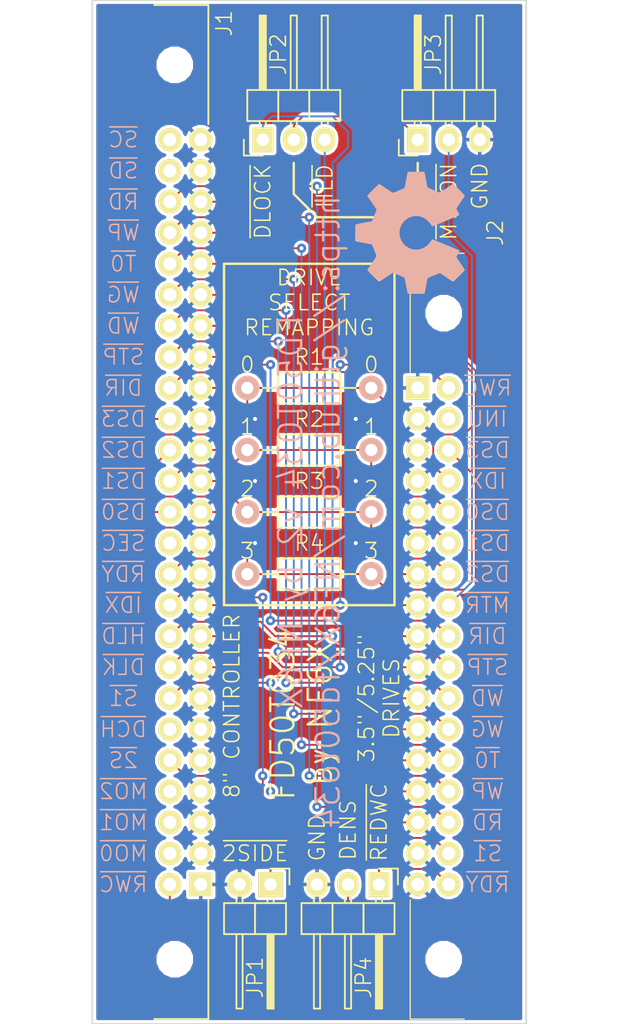
<source format=kicad_pcb>
(kicad_pcb (version 4) (host pcbnew "(2014-12-16 BZR 5324)-product")
  (title_block (title "fd50to34: Adapt 34 pin floppy drives to 50 pin controllers") (date 2015-07-30) (rev 2) (company "Mark J. Blair <nf6x@nf6x.net>") (comment 1 https://github.com/NF6X/fd50to34))
  (layers (0 F.Cu signal) (31 B.Cu signal) (36 B.SilkS user hide) (37 F.SilkS user hide) (38 B.Mask user hide) (39 F.Mask user hide) (44 Edge.Cuts user hide))
  (net 0 "")
  (net 1 GND)
  (net 2 "Net-(J1-Pad2)")
  (net 3 "Net-(J1-Pad4)")
  (net 4 "Net-(J1-Pad6)")
  (net 5 "Net-(J1-Pad8)")
  (net 6 "Net-(J1-Pad10)")
  (net 7 "Net-(J1-Pad12)")
  (net 8 "Net-(J1-Pad14)")
  (net 9 "Net-(J1-Pad16)")
  (net 10 "Net-(J1-Pad18)")
  (net 11 "Net-(J1-Pad20)")
  (net 12 "Net-(J1-Pad22)")
  (net 13 "Net-(J1-Pad24)")
  (net 14 "Net-(J1-Pad26)")
  (net 15 "Net-(J1-Pad28)")
  (net 16 "Net-(J1-Pad30)")
  (net 17 "Net-(J1-Pad32)")
  (net 18 "Net-(J1-Pad34)")
  (net 19 "Net-(J1-Pad36)")
  (net 20 "Net-(J1-Pad40)")
  (net 21 "Net-(J1-Pad42)")
  (net 22 "Net-(J1-Pad44)")
  (net 23 "Net-(J1-Pad46)")
  (net 24 "Net-(J1-Pad48)")
  (net 25 "Net-(J1-Pad50)")
  (net 26 "Net-(J2-Pad2)")
  (net 27 "Net-(J2-Pad4)")
  (net 28 "Net-(J2-Pad16)")
  (net 29 "Net-(J1-Pad38)")
  (net 30 "Net-(JP2-Pad2)")
  (module NF6X_Connectors:Wurth_61205022121 (layer F.Cu) (at 127 101.6 90)
    (fp_text reference J1 (at 40.005 3.175 90) (layer F.SilkS) (effects (font (size 1.27 1.27) (thickness 0.127))))
    (fp_text value 61205022121 hide)
    (pad 1 thru_hole rect (at -30.48 1.27 90) (size 1.905 1.905) (drill 1.0668) (layers *.Cu *.Mask F.SilkS) (net 1 GND))
    (pad 2 thru_hole circle (at -30.48 -1.27 90) (size 1.905 1.905) (drill 1.0668) (layers *.Cu *.Mask F.SilkS) (net 2 "Net-(J1-Pad2)"))
    (pad 3 thru_hole circle (at -27.94 1.27 90) (size 1.905 1.905) (drill 1.0668) (layers *.Cu *.Mask F.SilkS) (net 1 GND))
    (pad 4 thru_hole circle (at -27.94 -1.27 90) (size 1.905 1.905) (drill 1.0668) (layers *.Cu *.Mask F.SilkS) (net 3 "Net-(J1-Pad4)"))
    (pad 5 thru_hole circle (at -25.4 1.27 90) (size 1.905 1.905) (drill 1.0668) (layers *.Cu *.Mask F.SilkS) (net 1 GND))
    (pad 6 thru_hole circle (at -25.4 -1.27 90) (size 1.905 1.905) (drill 1.0668) (layers *.Cu *.Mask F.SilkS) (net 4 "Net-(J1-Pad6)"))
    (pad 7 thru_hole circle (at -22.86 1.27 90) (size 1.905 1.905) (drill 1.0668) (layers *.Cu *.Mask F.SilkS) (net 1 GND))
    (pad 8 thru_hole circle (at -22.86 -1.27 90) (size 1.905 1.905) (drill 1.0668) (layers *.Cu *.Mask F.SilkS) (net 5 "Net-(J1-Pad8)"))
    (pad 9 thru_hole circle (at -20.32 1.27 90) (size 1.905 1.905) (drill 1.0668) (layers *.Cu *.Mask F.SilkS) (net 1 GND))
    (pad 10 thru_hole circle (at -20.32 -1.27 90) (size 1.905 1.905) (drill 1.0668) (layers *.Cu *.Mask F.SilkS) (net 6 "Net-(J1-Pad10)"))
    (pad 11 thru_hole circle (at -17.78 1.27 90) (size 1.905 1.905) (drill 1.0668) (layers *.Cu *.Mask F.SilkS) (net 1 GND))
    (pad 12 thru_hole circle (at -17.78 -1.27 90) (size 1.905 1.905) (drill 1.0668) (layers *.Cu *.Mask F.SilkS) (net 7 "Net-(J1-Pad12)"))
    (pad 13 thru_hole circle (at -15.24 1.27 90) (size 1.905 1.905) (drill 1.0668) (layers *.Cu *.Mask F.SilkS) (net 1 GND))
    (pad 14 thru_hole circle (at -15.24 -1.27 90) (size 1.905 1.905) (drill 1.0668) (layers *.Cu *.Mask F.SilkS) (net 8 "Net-(J1-Pad14)"))
    (pad 15 thru_hole circle (at -12.7 1.27 90) (size 1.905 1.905) (drill 1.0668) (layers *.Cu *.Mask F.SilkS) (net 1 GND))
    (pad 16 thru_hole circle (at -12.7 -1.27 90) (size 1.905 1.905) (drill 1.0668) (layers *.Cu *.Mask F.SilkS) (net 9 "Net-(J1-Pad16)"))
    (pad 17 thru_hole circle (at -10.16 1.27 90) (size 1.905 1.905) (drill 1.0668) (layers *.Cu *.Mask F.SilkS) (net 1 GND))
    (pad 18 thru_hole circle (at -10.16 -1.27 90) (size 1.905 1.905) (drill 1.0668) (layers *.Cu *.Mask F.SilkS) (net 10 "Net-(J1-Pad18)"))
    (pad 19 thru_hole circle (at -7.62 1.27 90) (size 1.905 1.905) (drill 1.0668) (layers *.Cu *.Mask F.SilkS) (net 1 GND))
    (pad 20 thru_hole circle (at -7.62 -1.27 90) (size 1.905 1.905) (drill 1.0668) (layers *.Cu *.Mask F.SilkS) (net 11 "Net-(J1-Pad20)"))
    (pad 21 thru_hole circle (at -5.08 1.27 90) (size 1.905 1.905) (drill 1.0668) (layers *.Cu *.Mask F.SilkS) (net 1 GND))
    (pad 22 thru_hole circle (at -5.08 -1.27 90) (size 1.905 1.905) (drill 1.0668) (layers *.Cu *.Mask F.SilkS) (net 12 "Net-(J1-Pad22)"))
    (pad 23 thru_hole circle (at -2.54 1.27 90) (size 1.905 1.905) (drill 1.0668) (layers *.Cu *.Mask F.SilkS) (net 1 GND))
    (pad 24 thru_hole circle (at -2.54 -1.27 90) (size 1.905 1.905) (drill 1.0668) (layers *.Cu *.Mask F.SilkS) (net 13 "Net-(J1-Pad24)"))
    (pad 25 thru_hole circle (at 0 1.27 90) (size 1.905 1.905) (drill 1.0668) (layers *.Cu *.Mask F.SilkS) (net 1 GND))
    (pad 26 thru_hole circle (at 0 -1.27 90) (size 1.905 1.905) (drill 1.0668) (layers *.Cu *.Mask F.SilkS) (net 14 "Net-(J1-Pad26)"))
    (pad 27 thru_hole circle (at 2.54 1.27 90) (size 1.905 1.905) (drill 1.0668) (layers *.Cu *.Mask F.SilkS) (net 1 GND))
    (pad 28 thru_hole circle (at 2.54 -1.27 90) (size 1.905 1.905) (drill 1.0668) (layers *.Cu *.Mask F.SilkS) (net 15 "Net-(J1-Pad28)"))
    (pad 29 thru_hole circle (at 5.08 1.27 90) (size 1.905 1.905) (drill 1.0668) (layers *.Cu *.Mask F.SilkS) (net 1 GND))
    (pad 30 thru_hole circle (at 5.08 -1.27 90) (size 1.905 1.905) (drill 1.0668) (layers *.Cu *.Mask F.SilkS) (net 16 "Net-(J1-Pad30)"))
    (pad 31 thru_hole circle (at 7.62 1.27 90) (size 1.905 1.905) (drill 1.0668) (layers *.Cu *.Mask F.SilkS) (net 1 GND))
    (pad 32 thru_hole circle (at 7.62 -1.27 90) (size 1.905 1.905) (drill 1.0668) (layers *.Cu *.Mask F.SilkS) (net 17 "Net-(J1-Pad32)"))
    (pad 33 thru_hole circle (at 10.16 1.27 90) (size 1.905 1.905) (drill 1.0668) (layers *.Cu *.Mask F.SilkS) (net 1 GND))
    (pad 34 thru_hole circle (at 10.16 -1.27 90) (size 1.905 1.905) (drill 1.0668) (layers *.Cu *.Mask F.SilkS) (net 18 "Net-(J1-Pad34)"))
    (pad 35 thru_hole circle (at 12.7 1.27 90) (size 1.905 1.905) (drill 1.0668) (layers *.Cu *.Mask F.SilkS) (net 1 GND))
    (pad 36 thru_hole circle (at 12.7 -1.27 90) (size 1.905 1.905) (drill 1.0668) (layers *.Cu *.Mask F.SilkS) (net 19 "Net-(J1-Pad36)"))
    (pad 37 thru_hole circle (at 15.24 1.27 90) (size 1.905 1.905) (drill 1.0668) (layers *.Cu *.Mask F.SilkS) (net 1 GND))
    (pad 38 thru_hole circle (at 15.24 -1.27 90) (size 1.905 1.905) (drill 1.0668) (layers *.Cu *.Mask F.SilkS) (net 29 "Net-(J1-Pad38)"))
    (pad 39 thru_hole circle (at 17.78 1.27 90) (size 1.905 1.905) (drill 1.0668) (layers *.Cu *.Mask F.SilkS) (net 1 GND))
    (pad 40 thru_hole circle (at 17.78 -1.27 90) (size 1.905 1.905) (drill 1.0668) (layers *.Cu *.Mask F.SilkS) (net 20 "Net-(J1-Pad40)"))
    (pad 41 thru_hole circle (at 20.32 1.27 90) (size 1.905 1.905) (drill 1.0668) (layers *.Cu *.Mask F.SilkS) (net 1 GND))
    (pad 42 thru_hole circle (at 20.32 -1.27 90) (size 1.905 1.905) (drill 1.0668) (layers *.Cu *.Mask F.SilkS) (net 21 "Net-(J1-Pad42)"))
    (pad 43 thru_hole circle (at 22.86 1.27 90) (size 1.905 1.905) (drill 1.0668) (layers *.Cu *.Mask F.SilkS) (net 1 GND))
    (pad 44 thru_hole circle (at 22.86 -1.27 90) (size 1.905 1.905) (drill 1.0668) (layers *.Cu *.Mask F.SilkS) (net 22 "Net-(J1-Pad44)"))
    (pad 45 thru_hole circle (at 25.4 1.27 90) (size 1.905 1.905) (drill 1.0668) (layers *.Cu *.Mask F.SilkS) (net 1 GND))
    (pad 46 thru_hole circle (at 25.4 -1.27 90) (size 1.905 1.905) (drill 1.0668) (layers *.Cu *.Mask F.SilkS) (net 23 "Net-(J1-Pad46)"))
    (pad 47 thru_hole circle (at 27.94 1.27 90) (size 1.905 1.905) (drill 1.0668) (layers *.Cu *.Mask F.SilkS) (net 1 GND))
    (pad 48 thru_hole circle (at 27.94 -1.27 90) (size 1.905 1.905) (drill 1.0668) (layers *.Cu *.Mask F.SilkS) (net 24 "Net-(J1-Pad48)"))
    (pad 49 thru_hole circle (at 30.48 1.27 90) (size 1.905 1.905) (drill 1.0668) (layers *.Cu *.Mask F.SilkS) (net 1 GND))
    (pad 50 thru_hole circle (at 30.48 -1.27 90) (size 1.905 1.905) (drill 1.0668) (layers *.Cu *.Mask F.SilkS) (net 25 "Net-(J1-Pad50)"))
    (pad "" np_thru_hole circle (at -36.6 -0.86 90) (size 2.4892 2.4892) (drill 2.4892) (layers *.Cu *.Mask F.SilkS))
    (pad "" np_thru_hole circle (at 36.6 -0.86 90) (size 2.4892 2.4892) (drill 2.4892) (layers *.Cu *.Mask F.SilkS))
  )
  (module NF6X_Connectors:Wurth_61203422121 (layer F.Cu) (at 147.32 111.76 270)
    (fp_text reference J2 (at -33.02 -5.08 270) (layer F.SilkS) (effects (font (size 1.27 1.27) (thickness 0.127))))
    (fp_text value 61203422121 hide)
    (pad 1 thru_hole rect (at -20.32 1.27 270) (size 1.905 1.905) (drill 1.0668) (layers *.Cu *.Mask F.SilkS) (net 1 GND))
    (pad 2 thru_hole circle (at -20.32 -1.27 270) (size 1.905 1.905) (drill 1.0668) (layers *.Cu *.Mask F.SilkS) (net 26 "Net-(J2-Pad2)"))
    (pad 3 thru_hole circle (at -17.78 1.27 270) (size 1.905 1.905) (drill 1.0668) (layers *.Cu *.Mask F.SilkS) (net 1 GND))
    (pad 4 thru_hole circle (at -17.78 -1.27 270) (size 1.905 1.905) (drill 1.0668) (layers *.Cu *.Mask F.SilkS) (net 27 "Net-(J2-Pad4)"))
    (pad 5 thru_hole circle (at -15.24 1.27 270) (size 1.905 1.905) (drill 1.0668) (layers *.Cu *.Mask F.SilkS) (net 1 GND))
    (pad 6 thru_hole circle (at -15.24 -1.27 270) (size 1.905 1.905) (drill 1.0668) (layers *.Cu *.Mask F.SilkS) (net 17 "Net-(J1-Pad32)"))
    (pad 7 thru_hole circle (at -12.7 1.27 270) (size 1.905 1.905) (drill 1.0668) (layers *.Cu *.Mask F.SilkS) (net 1 GND))
    (pad 8 thru_hole circle (at -12.7 -1.27 270) (size 1.905 1.905) (drill 1.0668) (layers *.Cu *.Mask F.SilkS) (net 11 "Net-(J1-Pad20)"))
    (pad 9 thru_hole circle (at -10.16 1.27 270) (size 1.905 1.905) (drill 1.0668) (layers *.Cu *.Mask F.SilkS) (net 1 GND))
    (pad 10 thru_hole circle (at -10.16 -1.27 270) (size 1.905 1.905) (drill 1.0668) (layers *.Cu *.Mask F.SilkS) (net 14 "Net-(J1-Pad26)"))
    (pad 11 thru_hole circle (at -7.62 1.27 270) (size 1.905 1.905) (drill 1.0668) (layers *.Cu *.Mask F.SilkS) (net 1 GND))
    (pad 12 thru_hole circle (at -7.62 -1.27 270) (size 1.905 1.905) (drill 1.0668) (layers *.Cu *.Mask F.SilkS) (net 15 "Net-(J1-Pad28)"))
    (pad 13 thru_hole circle (at -5.08 1.27 270) (size 1.905 1.905) (drill 1.0668) (layers *.Cu *.Mask F.SilkS) (net 1 GND))
    (pad 14 thru_hole circle (at -5.08 -1.27 270) (size 1.905 1.905) (drill 1.0668) (layers *.Cu *.Mask F.SilkS) (net 16 "Net-(J1-Pad30)"))
    (pad 15 thru_hole circle (at -2.54 1.27 270) (size 1.905 1.905) (drill 1.0668) (layers *.Cu *.Mask F.SilkS) (net 1 GND))
    (pad 16 thru_hole circle (at -2.54 -1.27 270) (size 1.905 1.905) (drill 1.0668) (layers *.Cu *.Mask F.SilkS) (net 28 "Net-(J2-Pad16)"))
    (pad 17 thru_hole circle (at 0 1.27 270) (size 1.905 1.905) (drill 1.0668) (layers *.Cu *.Mask F.SilkS) (net 1 GND))
    (pad 18 thru_hole circle (at 0 -1.27 270) (size 1.905 1.905) (drill 1.0668) (layers *.Cu *.Mask F.SilkS) (net 18 "Net-(J1-Pad34)"))
    (pad 19 thru_hole circle (at 2.54 1.27 270) (size 1.905 1.905) (drill 1.0668) (layers *.Cu *.Mask F.SilkS) (net 1 GND))
    (pad 20 thru_hole circle (at 2.54 -1.27 270) (size 1.905 1.905) (drill 1.0668) (layers *.Cu *.Mask F.SilkS) (net 19 "Net-(J1-Pad36)"))
    (pad 21 thru_hole circle (at 5.08 1.27 270) (size 1.905 1.905) (drill 1.0668) (layers *.Cu *.Mask F.SilkS) (net 1 GND))
    (pad 22 thru_hole circle (at 5.08 -1.27 270) (size 1.905 1.905) (drill 1.0668) (layers *.Cu *.Mask F.SilkS) (net 29 "Net-(J1-Pad38)"))
    (pad 23 thru_hole circle (at 7.62 1.27 270) (size 1.905 1.905) (drill 1.0668) (layers *.Cu *.Mask F.SilkS) (net 1 GND))
    (pad 24 thru_hole circle (at 7.62 -1.27 270) (size 1.905 1.905) (drill 1.0668) (layers *.Cu *.Mask F.SilkS) (net 20 "Net-(J1-Pad40)"))
    (pad 25 thru_hole circle (at 10.16 1.27 270) (size 1.905 1.905) (drill 1.0668) (layers *.Cu *.Mask F.SilkS) (net 1 GND))
    (pad 26 thru_hole circle (at 10.16 -1.27 270) (size 1.905 1.905) (drill 1.0668) (layers *.Cu *.Mask F.SilkS) (net 21 "Net-(J1-Pad42)"))
    (pad 27 thru_hole circle (at 12.7 1.27 270) (size 1.905 1.905) (drill 1.0668) (layers *.Cu *.Mask F.SilkS) (net 1 GND))
    (pad 28 thru_hole circle (at 12.7 -1.27 270) (size 1.905 1.905) (drill 1.0668) (layers *.Cu *.Mask F.SilkS) (net 22 "Net-(J1-Pad44)"))
    (pad 29 thru_hole circle (at 15.24 1.27 270) (size 1.905 1.905) (drill 1.0668) (layers *.Cu *.Mask F.SilkS) (net 1 GND))
    (pad 30 thru_hole circle (at 15.24 -1.27 270) (size 1.905 1.905) (drill 1.0668) (layers *.Cu *.Mask F.SilkS) (net 23 "Net-(J1-Pad46)"))
    (pad 31 thru_hole circle (at 17.78 1.27 270) (size 1.905 1.905) (drill 1.0668) (layers *.Cu *.Mask F.SilkS) (net 1 GND))
    (pad 32 thru_hole circle (at 17.78 -1.27 270) (size 1.905 1.905) (drill 1.0668) (layers *.Cu *.Mask F.SilkS) (net 8 "Net-(J1-Pad14)"))
    (pad 33 thru_hole circle (at 20.32 1.27 270) (size 1.905 1.905) (drill 1.0668) (layers *.Cu *.Mask F.SilkS) (net 1 GND))
    (pad 34 thru_hole circle (at 20.32 -1.27 270) (size 1.905 1.905) (drill 1.0668) (layers *.Cu *.Mask F.SilkS) (net 12 "Net-(J1-Pad22)"))
    (pad "" np_thru_hole circle (at -26.44 -0.86 270) (size 2.4892 2.4892) (drill 2.4892) (layers *.Cu *.Mask F.SilkS))
    (pad "" np_thru_hole circle (at 26.44 -0.86 270) (size 2.4892 2.4892) (drill 2.4892) (layers *.Cu *.Mask F.SilkS))
  )
  (module Pin_Headers:Pin_Header_Angled_1x02 (layer F.Cu) (at 133.985 132.08 270)
    (fp_text reference JP1 (at 7.62 1.27 450) (layer F.SilkS) (effects (font (size 1.27 1.27) (thickness 0.127))))
    (fp_text value PBC02SBAN hide)
    (pad 1 thru_hole rect (at 0 0 270) (size 2.032 2.032) (drill 1.016) (layers *.Cu *.Mask F.SilkS) (net 6 "Net-(J1-Pad10)"))
    (pad 2 thru_hole oval (at 0 2.54 270) (size 2.032 2.032) (drill 1.016) (layers *.Cu *.Mask F.SilkS) (net 1 GND))
  )
  (module Pin_Headers:Pin_Header_Angled_1x03 (layer F.Cu) (at 133.35 71.12 90)
    (fp_text reference JP2 (at 6.985 1.27 270) (layer F.SilkS) (effects (font (size 1.27 1.27) (thickness 0.127))))
    (fp_text value PBC03SBAN hide)
    (pad 1 thru_hole rect (at 0 0 90) (size 2.032 1.7272) (drill 1.016) (layers *.Cu *.Mask F.SilkS) (net 9 "Net-(J1-Pad16)"))
    (pad 2 thru_hole oval (at 0 2.54 90) (size 2.032 1.7272) (drill 1.016) (layers *.Cu *.Mask F.SilkS) (net 30 "Net-(JP2-Pad2)"))
    (pad 3 thru_hole oval (at 0 5.08 90) (size 2.032 1.7272) (drill 1.016) (layers *.Cu *.Mask F.SilkS) (net 10 "Net-(J1-Pad18)"))
  )
  (module Pin_Headers:Pin_Header_Angled_1x03 (layer F.Cu) (at 146.05 71.12 90)
    (fp_text reference JP3 (at 6.985 1.27 270) (layer F.SilkS) (effects (font (size 1.27 1.27) (thickness 0.127))))
    (fp_text value PBC03SBAN hide)
    (pad 1 thru_hole rect (at 0 0 90) (size 2.032 1.7272) (drill 1.016) (layers *.Cu *.Mask F.SilkS) (net 30 "Net-(JP2-Pad2)"))
    (pad 2 thru_hole oval (at 0 2.54 90) (size 2.032 1.7272) (drill 1.016) (layers *.Cu *.Mask F.SilkS) (net 28 "Net-(J2-Pad16)"))
    (pad 3 thru_hole oval (at 0 5.08 90) (size 2.032 1.7272) (drill 1.016) (layers *.Cu *.Mask F.SilkS) (net 1 GND))
  )
  (module Resistors_ThroughHole:Resistor_Horizontal_RM10mm (layer F.Cu) (at 137.16 91.44 180)
    (fp_text reference R1 (at 0 2.54 180) (layer F.SilkS) (effects (font (size 1.27 1.27) (thickness 0.127))))
    (fp_text value DNI hide)
    (pad 1 thru_hole circle (at -5.08 0 180) (size 1.99898 1.99898) (drill 1.00076) (layers *.Cu *.SilkS *.Mask) (net 14 "Net-(J1-Pad26)"))
    (pad 2 thru_hole circle (at 5.08 0 180) (size 1.99898 1.99898) (drill 1.00076) (layers *.Cu *.SilkS *.Mask) (net 14 "Net-(J1-Pad26)"))
  )
  (module Resistors_ThroughHole:Resistor_Horizontal_RM10mm (layer F.Cu) (at 137.16 96.52 180)
    (fp_text reference R2 (at 0 2.54 180) (layer F.SilkS) (effects (font (size 1.27 1.27) (thickness 0.127))))
    (fp_text value DNI hide)
    (pad 1 thru_hole circle (at -5.08 0 180) (size 1.99898 1.99898) (drill 1.00076) (layers *.Cu *.SilkS *.Mask) (net 15 "Net-(J1-Pad28)"))
    (pad 2 thru_hole circle (at 5.08 0 180) (size 1.99898 1.99898) (drill 1.00076) (layers *.Cu *.SilkS *.Mask) (net 15 "Net-(J1-Pad28)"))
  )
  (module Resistors_ThroughHole:Resistor_Horizontal_RM10mm (layer F.Cu) (at 137.16 101.6 180)
    (fp_text reference R3 (at 0 2.54 180) (layer F.SilkS) (effects (font (size 1.27 1.27) (thickness 0.127))))
    (fp_text value DNI hide)
    (pad 1 thru_hole circle (at -5.08 0 180) (size 1.99898 1.99898) (drill 1.00076) (layers *.Cu *.SilkS *.Mask) (net 16 "Net-(J1-Pad30)"))
    (pad 2 thru_hole circle (at 5.08 0 180) (size 1.99898 1.99898) (drill 1.00076) (layers *.Cu *.SilkS *.Mask) (net 16 "Net-(J1-Pad30)"))
  )
  (module Resistors_ThroughHole:Resistor_Horizontal_RM10mm (layer F.Cu) (at 137.16 106.68 180)
    (fp_text reference R4 (at 0 2.54 180) (layer F.SilkS) (effects (font (size 1.27 1.27) (thickness 0.127))))
    (fp_text value DNI hide)
    (pad 1 thru_hole circle (at -5.08 0 180) (size 1.99898 1.99898) (drill 1.00076) (layers *.Cu *.SilkS *.Mask) (net 17 "Net-(J1-Pad32)"))
    (pad 2 thru_hole circle (at 5.08 0 180) (size 1.99898 1.99898) (drill 1.00076) (layers *.Cu *.SilkS *.Mask) (net 17 "Net-(J1-Pad32)"))
  )
  (module NF6X_OSHW_logo:OSHW_logo_silkscreen_10mm (layer B.Cu) (at 145.415 78.74 270)
    (fp_text reference G*** hide)
    (fp_text value OSHW_logo_silkscreen_10mm hide)
  )
  (module Pin_Headers:Pin_Header_Angled_1x03 (layer F.Cu) (at 142.875 132.08 270)
    (fp_text reference JP4 (at 7.62 1.27 270) (layer F.SilkS) (effects (font (size 1.27 1.27) (thickness 0.127))))
    (fp_text value PBC03SBAN hide)
    (pad 1 thru_hole rect (at 0 0 270) (size 2.032 1.7272) (drill 1.016) (layers *.Cu *.Mask F.SilkS) (net 2 "Net-(J1-Pad2)"))
    (pad 2 thru_hole oval (at 0 2.54 270) (size 2.032 1.7272) (drill 1.016) (layers *.Cu *.Mask F.SilkS) (net 26 "Net-(J2-Pad2)"))
    (pad 3 thru_hole oval (at 0 5.08 270) (size 2.032 1.7272) (drill 1.016) (layers *.Cu *.Mask F.SilkS) (net 1 GND))
  )
  (gr_text ~REDWC (at 142.875 127 90) (layer F.SilkS) (effects (font (size 1.27 1.27) (thickness 0.127))))
  (gr_text DENS (at 140.335 127.635 90) (layer F.SilkS) (effects (font (size 1.27 1.27) (thickness 0.127))))
  (gr_text GND (at 137.795 128.27 90) (layer F.SilkS) (effects (font (size 1.27 1.27) (thickness 0.127))))
  (gr_line (start 144.145 77.47) (end 137.795 77.47) (angle 90) (layer F.SilkS) (width 0.2))
  (gr_line (start 146.05 75.565) (end 144.145 77.47) (angle 90) (layer F.SilkS) (width 0.2))
  (gr_line (start 146.05 73.025) (end 146.05 75.565) (angle 90) (layer F.SilkS) (width 0.2))
  (gr_text ~DCH (at 121.92 119.38) (layer B.SilkS) (effects (font (size 1.27 1.27) (thickness 0.127)) (justify mirror)))
  (gr_text ~MO2 (at 121.92 124.46) (layer B.SilkS) (effects (font (size 1.27 1.27) (thickness 0.127)) (justify mirror)))
  (gr_text ~MO1 (at 121.92 127) (layer B.SilkS) (effects (font (size 1.27 1.27) (thickness 0.127)) (justify mirror)))
  (gr_text ~MO0 (at 121.92 129.54) (layer B.SilkS) (effects (font (size 1.27 1.27) (thickness 0.127)) (justify mirror)))
  (gr_text ~SC (at 121.92 71.12) (layer B.SilkS) (effects (font (size 1.27 1.27) (thickness 0.127)) (justify mirror)))
  (gr_text ~SD (at 121.92 73.66) (layer B.SilkS) (effects (font (size 1.27 1.27) (thickness 0.127)) (justify mirror)))
  (gr_text ~RD (at 121.92 76.2) (layer B.SilkS) (effects (font (size 1.27 1.27) (thickness 0.127)) (justify mirror)))
  (gr_text ~WP (at 121.92 78.74) (layer B.SilkS) (effects (font (size 1.27 1.27) (thickness 0.127)) (justify mirror)))
  (gr_text ~T0 (at 121.92 81.28) (layer B.SilkS) (effects (font (size 1.27 1.27) (thickness 0.127)) (justify mirror)))
  (gr_text ~WG (at 121.92 83.82) (layer B.SilkS) (effects (font (size 1.27 1.27) (thickness 0.127)) (justify mirror)))
  (gr_text ~STP (at 121.92 88.9) (layer B.SilkS) (effects (font (size 1.27 1.27) (thickness 0.127)) (justify mirror)))
  (gr_text ~DIR (at 121.92 91.44) (layer B.SilkS) (effects (font (size 1.27 1.27) (thickness 0.127)) (justify mirror)))
  (gr_text ~WD (at 121.92 86.36) (layer B.SilkS) (effects (font (size 1.27 1.27) (thickness 0.127)) (justify mirror)))
  (gr_text ~DS3 (at 121.92 93.98) (layer B.SilkS) (effects (font (size 1.27 1.27) (thickness 0.127)) (justify mirror)))
  (gr_text ~DS2 (at 121.92 96.52) (layer B.SilkS) (effects (font (size 1.27 1.27) (thickness 0.127)) (justify mirror)))
  (gr_text ~DS1 (at 121.92 99.06) (layer B.SilkS) (effects (font (size 1.27 1.27) (thickness 0.127)) (justify mirror)))
  (gr_text ~SEC (at 121.92 104.14) (layer B.SilkS) (effects (font (size 1.27 1.27) (thickness 0.127)) (justify mirror)))
  (gr_text ~RDY (at 121.92 106.68) (layer B.SilkS) (effects (font (size 1.27 1.27) (thickness 0.127)) (justify mirror)))
  (gr_text ~IDX (at 121.92 109.22) (layer B.SilkS) (effects (font (size 1.27 1.27) (thickness 0.127)) (justify mirror)))
  (gr_text ~HLD (at 121.92 111.76) (layer B.SilkS) (effects (font (size 1.27 1.27) (thickness 0.127)) (justify mirror)))
  (gr_text ~DS0 (at 121.92 101.6) (layer B.SilkS) (effects (font (size 1.27 1.27) (thickness 0.127)) (justify mirror)))
  (gr_text ~S1 (at 121.92 116.84) (layer B.SilkS) (effects (font (size 1.27 1.27) (thickness 0.127)) (justify mirror)))
  (gr_text ~2S (at 121.92 121.92) (layer B.SilkS) (effects (font (size 1.27 1.27) (thickness 0.127)) (justify mirror)))
  (gr_text ~RWC (at 121.92 132.08) (layer B.SilkS) (effects (font (size 1.27 1.27) (thickness 0.127)) (justify mirror)))
  (gr_text ~RWC (at 151.765 91.44) (layer B.SilkS) (effects (font (size 1.27 1.27) (thickness 0.127)) (justify mirror)))
  (gr_text ~DLK (at 121.92 114.3) (layer B.SilkS) (effects (font (size 1.27 1.27) (thickness 0.127)) (justify mirror)))
  (gr_text ~RDY (at 151.765 132.08) (layer B.SilkS) (effects (font (size 1.27 1.27) (thickness 0.127)) (justify mirror)))
  (gr_text ~S1 (at 151.765 129.54) (layer B.SilkS) (effects (font (size 1.27 1.27) (thickness 0.127)) (justify mirror)))
  (gr_text ~RD (at 151.765 127) (layer B.SilkS) (effects (font (size 1.27 1.27) (thickness 0.127)) (justify mirror)))
  (gr_text ~WP (at 151.765 124.46) (layer B.SilkS) (effects (font (size 1.27 1.27) (thickness 0.127)) (justify mirror)))
  (gr_text ~DIR (at 151.765 111.76) (layer B.SilkS) (effects (font (size 1.27 1.27) (thickness 0.127)) (justify mirror)))
  (gr_text ~T0 (at 151.765 121.92) (layer B.SilkS) (effects (font (size 1.27 1.27) (thickness 0.127)) (justify mirror)))
  (gr_text ~INU (at 151.765 93.98) (layer B.SilkS) (effects (font (size 1.27 1.27) (thickness 0.127)) (justify mirror)))
  (gr_text ~WG (at 151.765 119.38) (layer B.SilkS) (effects (font (size 1.27 1.27) (thickness 0.127)) (justify mirror)))
  (gr_text ~WD (at 151.765 116.84) (layer B.SilkS) (effects (font (size 1.27 1.27) (thickness 0.127)) (justify mirror)))
  (gr_text ~STP (at 151.765 114.3) (layer B.SilkS) (effects (font (size 1.27 1.27) (thickness 0.127)) (justify mirror)))
  (gr_text ~MTR (at 151.765 109.22) (layer B.SilkS) (effects (font (size 1.27 1.27) (thickness 0.127)) (justify mirror)))
  (gr_text ~DS0 (at 151.765 101.6) (layer B.SilkS) (effects (font (size 1.27 1.27) (thickness 0.127)) (justify mirror)))
  (gr_text ~DS1 (at 151.765 104.14) (layer B.SilkS) (effects (font (size 1.27 1.27) (thickness 0.127)) (justify mirror)))
  (gr_text ~DS2 (at 151.765 106.68) (layer B.SilkS) (effects (font (size 1.27 1.27) (thickness 0.127)) (justify mirror)))
  (gr_text ~IDX (at 151.765 99.06) (layer B.SilkS) (effects (font (size 1.27 1.27) (thickness 0.127)) (justify mirror)))
  (gr_text ~DS3 (at 151.765 96.52) (layer B.SilkS) (effects (font (size 1.27 1.27) (thickness 0.127)) (justify mirror)))
  (gr_text "FD50TO34 v2 by NF6X\nhttps://github.com/NF6X/fd50to34" (at 137.16 101.6 90) (layer B.SilkS) (effects (font (size 1.905 1.905) (thickness 0.1905)) (justify mirror)))
  (gr_text "FD50TO34\nby NF6X" (at 136.525 118.11 90) (layer F.SilkS) (effects (font (size 1.905 1.905) (thickness 0.1905))))
  (gr_text ~2SIDE (at 132.715 129.54) (layer F.SilkS) (effects (font (size 1.27 1.27) (thickness 0.127))))
  (gr_text ~MTRON (at 148.59 76.2 90) (layer F.SilkS) (effects (font (size 1.27 1.27) (thickness 0.127))))
  (gr_text GND (at 151.13 74.93 90) (layer F.SilkS) (effects (font (size 1.27 1.27) (thickness 0.127))))
  (gr_line (start 135.89 75.565) (end 135.89 73.025) (angle 90) (layer F.SilkS) (width 0.2))
  (gr_line (start 137.795 77.47) (end 135.89 75.565) (angle 90) (layer F.SilkS) (width 0.2))
  (gr_text ~HLD (at 138.43 74.93 90) (layer F.SilkS) (effects (font (size 1.27 1.27) (thickness 0.127))))
  (gr_text ~DLOCK (at 133.35 76.2 90) (layer F.SilkS) (effects (font (size 1.27 1.27) (thickness 0.127))))
  (gr_line (start 130.175 109.22) (end 130.175 81.28) (angle 90) (layer F.SilkS) (width 0.2))
  (gr_line (start 144.145 109.22) (end 130.175 109.22) (angle 90) (layer F.SilkS) (width 0.2))
  (gr_line (start 144.145 81.28) (end 144.145 109.22) (angle 90) (layer F.SilkS) (width 0.2))
  (gr_line (start 130.175 81.28) (end 144.145 81.28) (angle 90) (layer F.SilkS) (width 0.2))
  (gr_text "DRIVE\nSELECT\nREMAPPING" (at 137.16 84.455) (layer F.SilkS) (effects (font (size 1.27 1.27) (thickness 0.127))))
  (gr_text "3.5\"/5.25\"\nDRIVES" (at 142.875 116.84 90) (layer F.SilkS) (effects (font (size 1.27 1.27) (thickness 0.127))))
  (gr_text "8\" CONTROLLER" (at 130.81 117.475 90) (layer F.SilkS) (effects (font (size 1.27 1.27) (thickness 0.127))))
  (gr_text 3 (at 132.08 104.775) (layer F.SilkS) (effects (font (size 1.27 1.27) (thickness 0.127))))
  (gr_text 2 (at 132.08 99.695) (layer F.SilkS) (effects (font (size 1.27 1.27) (thickness 0.127))))
  (gr_text 1 (at 132.08 94.615) (layer F.SilkS) (effects (font (size 1.27 1.27) (thickness 0.127))))
  (gr_text 3 (at 142.24 104.775) (layer F.SilkS) (effects (font (size 1.27 1.27) (thickness 0.127))))
  (gr_text 2 (at 142.24 99.695) (layer F.SilkS) (effects (font (size 1.27 1.27) (thickness 0.127))))
  (gr_text 1 (at 142.24 94.615) (layer F.SilkS) (effects (font (size 1.27 1.27) (thickness 0.127))))
  (gr_text 0 (at 142.24 89.535) (layer F.SilkS) (effects (font (size 1.27 1.27) (thickness 0.127))))
  (gr_text 0 (at 132.08 89.535) (layer F.SilkS) (effects (font (size 1.27 1.27) (thickness 0.127))))
  (gr_line (start 154.94 143.51) (end 119.38 143.51) (angle 90) (layer Edge.Cuts) (width 0.15))
  (gr_line (start 154.94 59.69) (end 154.94 143.51) (angle 90) (layer Edge.Cuts) (width 0.15))
  (gr_line (start 119.38 59.69) (end 154.94 59.69) (angle 90) (layer Edge.Cuts) (width 0.15))
  (gr_line (start 119.38 143.51) (end 119.38 59.69) (angle 90) (layer Edge.Cuts) (width 0.15))
  (segment (start 128.27 76.2) (end 130.175 76.2) (width 0.1524) (layer F.Cu) (net 1))
  (segment (start 128.27 78.74) (end 130.175 78.74) (width 0.1524) (layer F.Cu) (net 1))
  (segment (start 128.27 81.28) (end 130.175 81.28) (width 0.1524) (layer F.Cu) (net 1))
  (segment (start 128.27 83.82) (end 130.175 83.82) (width 0.1524) (layer F.Cu) (net 1))
  (segment (start 128.27 88.9) (end 130.175 88.9) (width 0.1524) (layer F.Cu) (net 1))
  (segment (start 128.27 86.36) (end 130.175 86.36) (width 0.1524) (layer F.Cu) (net 1))
  (segment (start 128.27 91.44) (end 130.175 91.44) (width 0.1524) (layer F.Cu) (net 1))
  (segment (start 128.27 111.76) (end 130.175 111.76) (width 0.1524) (layer F.Cu) (net 1))
  (segment (start 128.27 114.3) (end 130.175 114.3) (width 0.1524) (layer F.Cu) (net 1))
  (segment (start 146.05 114.3) (end 144.145 114.3) (width 0.1524) (layer F.Cu) (net 1))
  (segment (start 146.05 111.76) (end 144.145 111.76) (width 0.1524) (layer F.Cu) (net 1))
  (segment (start 146.05 109.22) (end 144.145 109.22) (width 0.1524) (layer F.Cu) (net 1))
  (segment (start 146.05 106.68) (end 144.145 106.68) (width 0.1524) (layer F.Cu) (net 1))
  (segment (start 146.05 116.84) (end 144.145 116.84) (width 0.1524) (layer F.Cu) (net 1))
  (segment (start 146.05 119.38) (end 144.145 119.38) (width 0.1524) (layer F.Cu) (net 1))
  (segment (start 128.27 109.22) (end 130.175 109.22) (width 0.1524) (layer F.Cu) (net 1))
  (segment (start 146.05 121.92) (end 144.145 121.92) (width 0.1524) (layer F.Cu) (net 1))
  (segment (start 146.05 124.46) (end 144.145 124.46) (width 0.1524) (layer F.Cu) (net 1))
  (segment (start 146.05 127) (end 144.145 127) (width 0.1524) (layer F.Cu) (net 1))
  (via (at 140.97 104.14) (size 0.762) (layers F.Cu B.Cu) (net 1))
  (segment (start 130.175 101.6) (end 130.175 102.235) (width 0.1524) (layer F.Cu) (net 1))
  (segment (start 130.175 101.6) (end 128.27 101.6) (width 0.1524) (layer F.Cu) (net 1))
  (via (at 132.715 104.14) (size 0.762) (layers F.Cu B.Cu) (net 1))
  (segment (start 132.08 104.14) (end 132.715 104.14) (width 0.1524) (layer F.Cu) (net 1))
  (segment (start 130.175 102.235) (end 132.08 104.14) (width 0.1524) (layer F.Cu) (net 1))
  (via (at 140.97 99.06) (size 0.762) (layers F.Cu B.Cu) (net 1))
  (segment (start 132.715 99.06) (end 130.175 99.06) (width 0.1524) (layer F.Cu) (net 1))
  (segment (start 130.175 99.06) (end 128.27 99.06) (width 0.1524) (layer F.Cu) (net 1))
  (via (at 132.715 99.06) (size 0.762) (layers F.Cu B.Cu) (net 1))
  (segment (start 140.97 99.06) (end 132.715 99.06) (width 0.1524) (layer F.Cu) (net 1))
  (via (at 140.97 93.98) (size 0.762) (layers F.Cu B.Cu) (net 1))
  (segment (start 130.175 96.52) (end 130.175 95.885) (width 0.1524) (layer F.Cu) (net 1))
  (segment (start 130.175 96.52) (end 128.27 96.52) (width 0.1524) (layer F.Cu) (net 1))
  (via (at 132.715 93.98) (size 0.762) (layers F.Cu B.Cu) (net 1))
  (segment (start 132.08 93.98) (end 132.715 93.98) (width 0.1524) (layer F.Cu) (net 1))
  (segment (start 130.175 95.885) (end 132.08 93.98) (width 0.1524) (layer F.Cu) (net 1))
  (segment (start 132.715 104.14) (end 140.97 104.14) (width 0.1524) (layer F.Cu) (net 1))
  (segment (start 132.715 93.98) (end 140.97 93.98) (width 0.1524) (layer F.Cu) (net 1))
  (segment (start 125.73 133.985) (end 125.73 132.08) (width 0.1524) (layer F.Cu) (net 2))
  (segment (start 126.365 134.62) (end 125.73 133.985) (width 0.1524) (layer F.Cu) (net 2))
  (segment (start 134.62 134.62) (end 126.365 134.62) (width 0.1524) (layer F.Cu) (net 2))
  (segment (start 135.89 133.35) (end 134.62 134.62) (width 0.1524) (layer F.Cu) (net 2))
  (segment (start 135.89 130.81) (end 135.89 133.35) (width 0.1524) (layer F.Cu) (net 2))
  (segment (start 137.16 129.54) (end 135.89 130.81) (width 0.1524) (layer F.Cu) (net 2))
  (segment (start 142.24 129.54) (end 137.16 129.54) (width 0.1524) (layer F.Cu) (net 2))
  (segment (start 142.875 130.175) (end 142.24 129.54) (width 0.1524) (layer F.Cu) (net 2))
  (segment (start 142.875 132.08) (end 142.875 130.175) (width 0.1524) (layer F.Cu) (net 2))
  (segment (start 127 123.19) (end 125.73 121.92) (width 0.1524) (layer F.Cu) (net 6))
  (segment (start 130.81 123.19) (end 127 123.19) (width 0.1524) (layer F.Cu) (net 6))
  (segment (start 133.985 126.365) (end 130.81 123.19) (width 0.1524) (layer F.Cu) (net 6))
  (segment (start 133.985 132.08) (end 133.985 126.365) (width 0.1524) (layer F.Cu) (net 6))
  (via (at 133.985 115.57) (size 0.762) (drill 0.3302) (layers F.Cu B.Cu) (net 8))
  (segment (start 127 115.57) (end 133.985 115.57) (width 0.1524) (layer F.Cu) (net 8))
  (segment (start 125.73 116.84) (end 127 115.57) (width 0.1524) (layer F.Cu) (net 8))
  (via (at 133.985 124.46) (size 0.762) (drill 0.3302) (layers F.Cu B.Cu) (net 8))
  (segment (start 133.985 115.57) (end 133.985 124.46) (width 0.1524) (layer B.Cu) (net 8))
  (segment (start 133.985 124.46) (end 137.795 128.27) (width 0.1524) (layer F.Cu) (net 8))
  (segment (start 147.32 128.27) (end 148.59 129.54) (width 0.1524) (layer F.Cu) (net 8))
  (segment (start 137.795 128.27) (end 147.32 128.27) (width 0.1524) (layer F.Cu) (net 8))
  (segment (start 133.35 69.9516) (end 134.0866 69.215) (width 0.1524) (layer B.Cu) (net 9))
  (segment (start 133.35 71.12) (end 133.35 69.9516) (width 0.1524) (layer B.Cu) (net 9))
  (segment (start 134.0866 69.215) (end 139.065 69.215) (width 0.1524) (layer B.Cu) (net 9))
  (segment (start 139.065 69.215) (end 140.335 70.485) (width 0.1524) (layer B.Cu) (net 9))
  (segment (start 140.335 70.485) (end 140.335 71.755) (width 0.1524) (layer B.Cu) (net 9))
  (segment (start 140.335 71.755) (end 139.065 73.025) (width 0.1524) (layer B.Cu) (net 9))
  (segment (start 139.065 73.025) (end 139.065 110.49) (width 0.1524) (layer B.Cu) (net 9))
  (segment (start 139.065 110.49) (end 139.7 111.125) (width 0.1524) (layer B.Cu) (net 9))
  (via (at 139.7 114.3) (size 0.762) (drill 0.3302) (layers F.Cu B.Cu) (net 9))
  (segment (start 139.7 111.125) (end 139.7 114.3) (width 0.1524) (layer B.Cu) (net 9))
  (segment (start 126.682499 113.347501) (end 125.73 114.3) (width 0.1524) (layer F.Cu) (net 9))
  (segment (start 126.911101 113.118899) (end 126.682499 113.347501) (width 0.1524) (layer F.Cu) (net 9))
  (segment (start 133.806689 113.118899) (end 126.911101 113.118899) (width 0.1524) (layer F.Cu) (net 9))
  (segment (start 134.98779 114.3) (end 133.806689 113.118899) (width 0.1524) (layer F.Cu) (net 9))
  (segment (start 139.7 114.3) (end 134.98779 114.3) (width 0.1524) (layer F.Cu) (net 9))
  (via (at 139.065 111.76) (size 0.762) (drill 0.3302) (layers F.Cu B.Cu) (net 10))
  (segment (start 138.43 111.125) (end 139.065 111.76) (width 0.1524) (layer B.Cu) (net 10))
  (segment (start 138.43 71.12) (end 138.43 111.125) (width 0.1524) (layer B.Cu) (net 10))
  (segment (start 126.682499 110.807501) (end 125.73 111.76) (width 0.1524) (layer F.Cu) (net 10))
  (segment (start 126.911101 110.578899) (end 126.682499 110.807501) (width 0.1524) (layer F.Cu) (net 10))
  (segment (start 133.171689 110.578899) (end 126.911101 110.578899) (width 0.1524) (layer F.Cu) (net 10))
  (segment (start 134.35279 111.76) (end 133.171689 110.578899) (width 0.1524) (layer F.Cu) (net 10))
  (segment (start 139.065 111.76) (end 134.35279 111.76) (width 0.1524) (layer F.Cu) (net 10))
  (segment (start 125.73 109.22) (end 127 107.95) (width 0.1524) (layer F.Cu) (net 11))
  (segment (start 127 107.95) (end 130.81 107.95) (width 0.1524) (layer F.Cu) (net 11))
  (segment (start 130.81 107.95) (end 132.08 109.22) (width 0.1524) (layer F.Cu) (net 11))
  (via (at 139.7 109.22) (size 0.762) (drill 0.3302) (layers F.Cu B.Cu) (net 11))
  (segment (start 132.08 109.22) (end 139.7 109.22) (width 0.1524) (layer F.Cu) (net 11))
  (via (at 139.7 89.535) (size 0.762) (drill 0.3302) (layers F.Cu B.Cu) (net 11))
  (segment (start 139.7 109.22) (end 139.7 89.535) (width 0.1524) (layer B.Cu) (net 11))
  (segment (start 139.7 89.535) (end 149.86 89.535) (width 0.1524) (layer F.Cu) (net 11))
  (segment (start 149.86 89.535) (end 150.495 90.17) (width 0.1524) (layer F.Cu) (net 11))
  (segment (start 150.495 90.17) (end 150.495 94.615) (width 0.1524) (layer F.Cu) (net 11))
  (segment (start 150.495 94.615) (end 149.86 95.25) (width 0.1524) (layer F.Cu) (net 11))
  (segment (start 149.86 95.25) (end 147.955 95.25) (width 0.1524) (layer F.Cu) (net 11))
  (segment (start 147.955 95.25) (end 147.32 95.885) (width 0.1524) (layer F.Cu) (net 11))
  (segment (start 147.32 95.885) (end 147.32 97.79) (width 0.1524) (layer F.Cu) (net 11))
  (segment (start 147.32 97.79) (end 148.59 99.06) (width 0.1524) (layer F.Cu) (net 11))
  (segment (start 133.35 125.095) (end 137.16 128.905) (width 0.1524) (layer F.Cu) (net 12))
  (segment (start 137.16 128.905) (end 142.875 128.905) (width 0.1524) (layer F.Cu) (net 12))
  (segment (start 142.875 128.905) (end 144.145 130.175) (width 0.1524) (layer F.Cu) (net 12))
  (segment (start 144.78 130.81) (end 144.145 130.175) (width 0.1524) (layer F.Cu) (net 12))
  (segment (start 147.32 130.81) (end 148.59 132.08) (width 0.1524) (layer F.Cu) (net 12))
  (segment (start 147.32 130.81) (end 144.78 130.81) (width 0.1524) (layer F.Cu) (net 12))
  (segment (start 133.35 123.19) (end 133.35 124.72721) (width 0.1524) (layer F.Cu) (net 12))
  (segment (start 133.35 108.585) (end 133.35 123.19) (width 0.1524) (layer B.Cu) (net 12))
  (via (at 133.35 123.19) (size 0.762) (drill 0.3302) (layers F.Cu B.Cu) (net 12))
  (segment (start 127 105.41) (end 128.992424 105.41) (width 0.1524) (layer F.Cu) (net 12))
  (segment (start 128.992424 105.41) (end 132.167424 108.585) (width 0.1524) (layer F.Cu) (net 12))
  (segment (start 132.167424 108.585) (end 133.35 108.585) (width 0.1524) (layer F.Cu) (net 12))
  (via (at 133.35 108.585) (size 0.762) (drill 0.3302) (layers F.Cu B.Cu) (net 12))
  (segment (start 125.73 106.68) (end 127 105.41) (width 0.1524) (layer F.Cu) (net 12))
  (segment (start 133.35 124.72721) (end 133.35 125.095) (width 0.1524) (layer F.Cu) (net 12))
  (segment (start 132.08 91.44) (end 142.24 91.44) (width 0.1524) (layer F.Cu) (net 14))
  (segment (start 124.46 101.6) (end 125.73 101.6) (width 0.1524) (layer F.Cu) (net 14))
  (segment (start 123.19 96.52) (end 123.19 100.33) (width 0.1524) (layer F.Cu) (net 14))
  (segment (start 123.19 100.33) (end 124.46 101.6) (width 0.1524) (layer F.Cu) (net 14))
  (segment (start 124.46 95.25) (end 123.19 96.52) (width 0.1524) (layer F.Cu) (net 14))
  (segment (start 130.175 95.25) (end 124.46 95.25) (width 0.1524) (layer F.Cu) (net 14))
  (segment (start 132.08 93.345) (end 130.175 95.25) (width 0.1524) (layer F.Cu) (net 14))
  (segment (start 132.08 91.44) (end 132.08 93.345) (width 0.1524) (layer F.Cu) (net 14))
  (segment (start 142.24 91.44) (end 144.145 93.345) (width 0.1524) (layer F.Cu) (net 14))
  (segment (start 147.32 100.33) (end 148.59 101.6) (width 0.1524) (layer F.Cu) (net 14))
  (segment (start 144.78 100.33) (end 147.32 100.33) (width 0.1524) (layer F.Cu) (net 14))
  (segment (start 144.145 99.695) (end 144.78 100.33) (width 0.1524) (layer F.Cu) (net 14))
  (segment (start 144.145 93.345) (end 144.145 99.695) (width 0.1524) (layer F.Cu) (net 14))
  (segment (start 132.08 96.52) (end 142.24 96.52) (width 0.1524) (layer F.Cu) (net 15))
  (segment (start 132.08 96.52) (end 130.81 97.79) (width 0.1524) (layer F.Cu) (net 15))
  (segment (start 130.81 97.79) (end 127 97.79) (width 0.1524) (layer F.Cu) (net 15))
  (segment (start 127 97.79) (end 125.73 99.06) (width 0.1524) (layer F.Cu) (net 15))
  (segment (start 147.32 102.87) (end 148.59 104.14) (width 0.1524) (layer F.Cu) (net 15))
  (segment (start 142.24 96.52) (end 142.24 99.06) (width 0.1524) (layer F.Cu) (net 15))
  (segment (start 142.24 99.06) (end 144.145 100.965) (width 0.1524) (layer F.Cu) (net 15))
  (segment (start 144.145 100.965) (end 144.145 102.235) (width 0.1524) (layer F.Cu) (net 15))
  (segment (start 144.145 102.235) (end 144.78 102.87) (width 0.1524) (layer F.Cu) (net 15))
  (segment (start 144.78 102.87) (end 147.32 102.87) (width 0.1524) (layer F.Cu) (net 15))
  (segment (start 132.08 101.6) (end 142.24 101.6) (width 0.1524) (layer F.Cu) (net 16))
  (segment (start 132.08 101.6) (end 130.81 100.33) (width 0.1524) (layer F.Cu) (net 16))
  (segment (start 130.81 100.33) (end 124.46 100.33) (width 0.1524) (layer F.Cu) (net 16))
  (segment (start 124.46 100.33) (end 123.825 99.695) (width 0.1524) (layer F.Cu) (net 16))
  (segment (start 123.825 99.695) (end 123.825 98.425) (width 0.1524) (layer F.Cu) (net 16))
  (segment (start 123.825 98.425) (end 125.73 96.52) (width 0.1524) (layer F.Cu) (net 16))
  (segment (start 142.24 103.013492) (end 144.636508 105.41) (width 0.1524) (layer F.Cu) (net 16))
  (segment (start 144.636508 105.41) (end 147.32 105.41) (width 0.1524) (layer F.Cu) (net 16))
  (segment (start 147.32 105.41) (end 148.59 106.68) (width 0.1524) (layer F.Cu) (net 16))
  (segment (start 142.24 101.6) (end 142.24 103.013492) (width 0.1524) (layer F.Cu) (net 16))
  (segment (start 132.08 106.68) (end 142.24 106.68) (width 0.1524) (layer F.Cu) (net 17))
  (segment (start 132.08 105.266508) (end 129.683492 102.87) (width 0.1524) (layer F.Cu) (net 17))
  (segment (start 132.08 106.68) (end 132.08 105.266508) (width 0.1524) (layer F.Cu) (net 17))
  (segment (start 129.683492 102.87) (end 124.46 102.87) (width 0.1524) (layer F.Cu) (net 17))
  (segment (start 124.46 102.87) (end 122.555 100.965) (width 0.1524) (layer F.Cu) (net 17))
  (segment (start 124.382962 93.98) (end 125.73 93.98) (width 0.1524) (layer F.Cu) (net 17))
  (segment (start 122.555 95.807962) (end 124.382962 93.98) (width 0.1524) (layer F.Cu) (net 17))
  (segment (start 122.555 100.965) (end 122.555 95.807962) (width 0.1524) (layer F.Cu) (net 17))
  (segment (start 149.86 107.95) (end 150.495 107.315) (width 0.1524) (layer F.Cu) (net 17))
  (segment (start 142.24 106.68) (end 143.51 107.95) (width 0.1524) (layer F.Cu) (net 17))
  (segment (start 150.495 107.315) (end 150.495 98.425) (width 0.1524) (layer F.Cu) (net 17))
  (segment (start 143.51 107.95) (end 149.86 107.95) (width 0.1524) (layer F.Cu) (net 17))
  (segment (start 150.495 98.425) (end 148.59 96.52) (width 0.1524) (layer F.Cu) (net 17))
  (segment (start 125.73 91.44) (end 127 90.17) (width 0.1524) (layer F.Cu) (net 18))
  (segment (start 127 90.17) (end 130.81 90.17) (width 0.1524) (layer F.Cu) (net 18))
  (segment (start 130.81 90.17) (end 131.445 89.535) (width 0.1524) (layer F.Cu) (net 18))
  (via (at 133.985 89.535) (size 0.762) (drill 0.3302) (layers F.Cu B.Cu) (net 18))
  (segment (start 131.445 89.535) (end 133.985 89.535) (width 0.1524) (layer F.Cu) (net 18))
  (via (at 133.985 110.49) (size 0.762) (drill 0.3302) (layers F.Cu B.Cu) (net 18))
  (segment (start 133.985 89.535) (end 133.985 110.49) (width 0.1524) (layer B.Cu) (net 18))
  (segment (start 133.985 110.49) (end 147.32 110.49) (width 0.1524) (layer F.Cu) (net 18))
  (segment (start 147.32 110.49) (end 148.59 111.76) (width 0.1524) (layer F.Cu) (net 18))
  (via (at 134.62 87.63) (size 0.762) (drill 0.3302) (layers F.Cu B.Cu) (net 19))
  (segment (start 127 87.63) (end 134.62 87.63) (width 0.1524) (layer F.Cu) (net 19))
  (segment (start 125.73 88.9) (end 127 87.63) (width 0.1524) (layer F.Cu) (net 19))
  (via (at 134.62 113.03) (size 0.762) (drill 0.3302) (layers F.Cu B.Cu) (net 19))
  (segment (start 134.62 87.63) (end 134.62 113.03) (width 0.1524) (layer B.Cu) (net 19))
  (segment (start 147.32 113.03) (end 148.59 114.3) (width 0.1524) (layer F.Cu) (net 19))
  (segment (start 134.62 113.03) (end 147.32 113.03) (width 0.1524) (layer F.Cu) (net 19))
  (via (at 135.89 82.55) (size 0.762) (drill 0.3302) (layers F.Cu B.Cu) (net 20))
  (segment (start 127 82.55) (end 135.89 82.55) (width 0.1524) (layer F.Cu) (net 20))
  (segment (start 125.73 83.82) (end 127 82.55) (width 0.1524) (layer F.Cu) (net 20))
  (via (at 135.89 118.11) (size 0.762) (drill 0.3302) (layers F.Cu B.Cu) (net 20))
  (segment (start 135.89 82.55) (end 135.89 118.11) (width 0.1524) (layer B.Cu) (net 20))
  (segment (start 147.32 118.11) (end 148.59 119.38) (width 0.1524) (layer F.Cu) (net 20))
  (segment (start 135.89 118.11) (end 147.32 118.11) (width 0.1524) (layer F.Cu) (net 20))
  (via (at 136.525 80.01) (size 0.762) (drill 0.3302) (layers F.Cu B.Cu) (net 21))
  (segment (start 127 80.01) (end 136.525 80.01) (width 0.1524) (layer F.Cu) (net 21))
  (segment (start 125.73 81.28) (end 127 80.01) (width 0.1524) (layer F.Cu) (net 21))
  (via (at 136.525 120.65) (size 0.762) (drill 0.3302) (layers F.Cu B.Cu) (net 21))
  (segment (start 136.525 80.01) (end 136.525 120.65) (width 0.1524) (layer B.Cu) (net 21))
  (segment (start 147.32 120.65) (end 148.59 121.92) (width 0.1524) (layer F.Cu) (net 21))
  (segment (start 136.525 120.65) (end 147.32 120.65) (width 0.1524) (layer F.Cu) (net 21))
  (via (at 137.16 77.47) (size 0.762) (drill 0.3302) (layers F.Cu B.Cu) (net 22))
  (segment (start 127 77.47) (end 137.16 77.47) (width 0.1524) (layer F.Cu) (net 22))
  (segment (start 125.73 78.74) (end 127 77.47) (width 0.1524) (layer F.Cu) (net 22))
  (via (at 137.16 123.19) (size 0.762) (drill 0.3302) (layers F.Cu B.Cu) (net 22))
  (segment (start 137.16 77.47) (end 137.16 123.19) (width 0.1524) (layer B.Cu) (net 22))
  (segment (start 147.32 123.19) (end 148.59 124.46) (width 0.1524) (layer F.Cu) (net 22))
  (segment (start 137.16 123.19) (end 147.32 123.19) (width 0.1524) (layer F.Cu) (net 22))
  (via (at 137.795 74.93) (size 0.762) (drill 0.3302) (layers F.Cu B.Cu) (net 23))
  (segment (start 127 74.93) (end 137.795 74.93) (width 0.1524) (layer F.Cu) (net 23))
  (segment (start 125.73 76.2) (end 127 74.93) (width 0.1524) (layer F.Cu) (net 23))
  (via (at 137.795 125.73) (size 0.762) (drill 0.3302) (layers F.Cu B.Cu) (net 23))
  (segment (start 137.795 74.93) (end 137.795 125.73) (width 0.1524) (layer B.Cu) (net 23))
  (segment (start 147.32 125.73) (end 148.59 127) (width 0.1524) (layer F.Cu) (net 23))
  (segment (start 137.795 125.73) (end 147.32 125.73) (width 0.1524) (layer F.Cu) (net 23))
  (segment (start 140.97 133.985) (end 140.335 133.35) (width 0.1524) (layer F.Cu) (net 26))
  (segment (start 149.225 133.985) (end 140.97 133.985) (width 0.1524) (layer F.Cu) (net 26))
  (segment (start 150.79981 132.41019) (end 149.225 133.985) (width 0.1524) (layer F.Cu) (net 26))
  (segment (start 150.79981 90.043744) (end 150.79981 132.41019) (width 0.1524) (layer F.Cu) (net 26))
  (segment (start 149.681465 88.925399) (end 150.79981 90.043744) (width 0.1524) (layer F.Cu) (net 26))
  (segment (start 139.090399 89.242391) (end 139.407391 88.925399) (width 0.1524) (layer F.Cu) (net 26))
  (segment (start 139.407391 88.925399) (end 149.681465 88.925399) (width 0.1524) (layer F.Cu) (net 26))
  (segment (start 139.090399 89.827609) (end 139.090399 89.242391) (width 0.1524) (layer F.Cu) (net 26))
  (segment (start 139.407391 90.144601) (end 139.090399 89.827609) (width 0.1524) (layer F.Cu) (net 26))
  (segment (start 140.335 133.35) (end 140.335 132.08) (width 0.1524) (layer F.Cu) (net 26))
  (segment (start 147.294601 90.144601) (end 139.407391 90.144601) (width 0.1524) (layer F.Cu) (net 26))
  (segment (start 148.59 91.44) (end 147.294601 90.144601) (width 0.1524) (layer F.Cu) (net 26))
  (segment (start 150.495 107.315) (end 148.59 109.22) (width 0.1524) (layer B.Cu) (net 28))
  (segment (start 150.495 80.645) (end 150.495 107.315) (width 0.1524) (layer B.Cu) (net 28))
  (segment (start 148.59 78.74) (end 150.495 80.645) (width 0.1524) (layer B.Cu) (net 28))
  (segment (start 148.59 71.12) (end 148.59 78.74) (width 0.1524) (layer B.Cu) (net 28))
  (segment (start 127 85.09) (end 135.255 85.09) (width 0.1524) (layer F.Cu) (net 29))
  (via (at 135.255 85.09) (size 0.762) (drill 0.3302) (layers F.Cu B.Cu) (net 29))
  (segment (start 125.73 86.36) (end 127 85.09) (width 0.1524) (layer F.Cu) (net 29))
  (via (at 135.255 115.57) (size 0.762) (drill 0.3302) (layers F.Cu B.Cu) (net 29))
  (segment (start 135.255 85.09) (end 135.255 115.57) (width 0.1524) (layer B.Cu) (net 29))
  (segment (start 147.32 115.57) (end 148.59 116.84) (width 0.1524) (layer F.Cu) (net 29))
  (segment (start 135.255 115.57) (end 147.32 115.57) (width 0.1524) (layer F.Cu) (net 29))
  (segment (start 146.05 70.9676) (end 146.05 71.12) (width 0.1524) (layer F.Cu) (net 30))
  (segment (start 144.2974 69.215) (end 146.05 70.9676) (width 0.1524) (layer F.Cu) (net 30))
  (segment (start 135.89 69.9516) (end 136.6266 69.215) (width 0.1524) (layer F.Cu) (net 30))
  (segment (start 136.6266 69.215) (end 144.2974 69.215) (width 0.1524) (layer F.Cu) (net 30))
  (segment (start 135.89 71.12) (end 135.89 69.9516) (width 0.1524) (layer F.Cu) (net 30))
  (zone (net 1) (net_name GND) (layer B.Cu) (connect_pads (clearance 0.254)) (min_thickness 0.254) (fill yes (arc_segments 16) (thermal_gap 0.254) (thermal_bridge_width 0.2794) (smoothing chamfer) (radius 0.1524))
    (polygon (pts (xy 119.38 59.69) (xy 154.94 59.69) (xy 154.94 143.51) (xy 119.38 143.51)))
  )
  (zone (net 1) (net_name GND) (layer F.Cu) (connect_pads (clearance 0.254)) (min_thickness 0.254) (fill yes (arc_segments 16) (thermal_gap 0.254) (thermal_bridge_width 0.2794) (smoothing chamfer) (radius 0.1524))
    (polygon (pts (xy 119.38 143.51) (xy 154.94 143.51) (xy 154.94 59.69) (xy 119.38 59.69)))
  )
  (zone (net 0) (net_name "") (layer F.Cu) (connect_pads (clearance 0.254)) (min_thickness 0.254)
    (keepout (tracks allowed) (vias allowed) (copperpour not_allowed))
    (fill (arc_segments 16) (thermal_gap 0.254) (thermal_bridge_width 0.2794))
    (polygon (pts (xy 134.62 90.17) (xy 134.62 92.71) (xy 139.7 92.71) (xy 139.7 90.17)))
  )
  (zone (net 0) (net_name "") (layer F.Cu) (connect_pads (clearance 0.254)) (min_thickness 0.254)
    (keepout (tracks allowed) (vias allowed) (copperpour not_allowed))
    (fill (arc_segments 16) (thermal_gap 0.254) (thermal_bridge_width 0.2794))
    (polygon (pts (xy 134.62 97.79) (xy 139.7 97.79) (xy 139.7 95.25) (xy 134.62 95.25)))
  )
  (zone (net 0) (net_name "") (layer F.Cu) (connect_pads (clearance 0.254)) (min_thickness 0.254)
    (keepout (tracks allowed) (vias allowed) (copperpour not_allowed))
    (fill (arc_segments 16) (thermal_gap 0.254) (thermal_bridge_width 0.2794))
    (polygon (pts (xy 134.62 102.87) (xy 139.7 102.87) (xy 139.7 100.33) (xy 134.62 100.33)))
  )
  (zone (net 0) (net_name "") (layer F.Cu) (connect_pads (clearance 0.254)) (min_thickness 0.254)
    (keepout (tracks allowed) (vias allowed) (copperpour not_allowed))
    (fill (arc_segments 16) (thermal_gap 0.254) (thermal_bridge_width 0.2794))
    (polygon (pts (xy 134.62 107.95) (xy 139.7 107.95) (xy 139.7 105.41) (xy 134.62 105.41)))
  )
)
</source>
